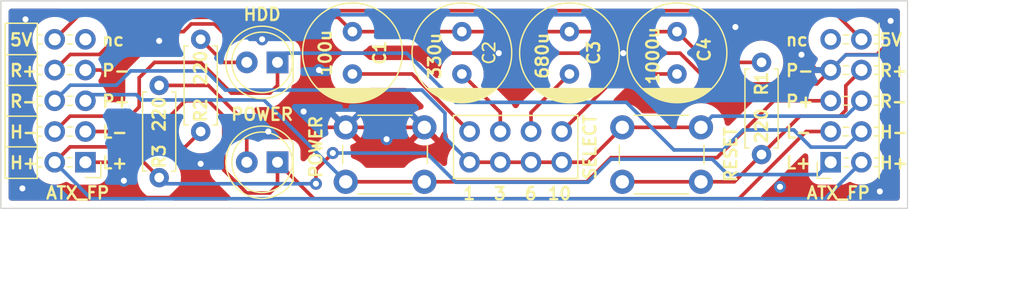
<source format=kicad_pcb>
(kicad_pcb (version 20221018) (generator pcbnew)
  (title_block (title "ATX Boot Delay") (company "mwrnd") (comment 1 "github.com/mwrnd/ATX_Boot_Delay"))
  (layers (0 "F.Cu" mixed) (31 "B.Cu" mixed) (37 "F.SilkS" user "F.Silkscreen") (38 "B.Mask" user) (39 "F.Mask" user) (44 "Edge.Cuts" user))
  (net 0 "")
  (net 1 "POWER_LED+")
  (net 2 "Net-(D2-A)")
  (net 3 "HDD_LED+")
  (net 4 "Net-(D1-A)")
  (net 5 "RESET_SW+")
  (net 6 "EXT_RESET_SW+")
  (net 7 "HDD_LED-")
  (net 8 "POWER_LED-")
  (net 9 "RESET_SW-")
  (net 10 "POWER_SW+")
  (net 11 "POWER_SW-")
  (net 12 "+5V")
  (net 15 "Net-(J3-Pin_2)")
  (net 16 "Net-(J3-Pin_4)")
  (net 17 "Net-(J3-Pin_6)")
  (net 18 "Net-(J3-Pin_8)")
  (footprint "Capacitor_THT:C_Radial_D8.0mm_H11.5mm_P3.50mm" (layer "F.Cu") (at 87.63 35.56 -90)
    (fp_text reference "C3" (at 1.75 -2 90) (layer "F.SilkS") (effects (font (thickness 0.2) bold)))
    (fp_text value "680u" (at 2 2.25 90) (layer "F.SilkS") (effects (font (thickness 0.2) bold)))
    (fp_circle (center 1.75 0) (end 5.87 0) (stroke (width 0.12)) (fill none) (layer "F.SilkS"))
    (fp_poly (pts (xy 4.699 2.794) (xy 5.207 2.159) (xy 5.588 1.524) (xy 5.842 0.508) (xy 5.842 -0.508) (xy 5.588 -1.397) (xy 5.08 -2.413) (xy 4.699 -2.794)) (stroke (width 0.1)) (fill solid) (layer "F.SilkS"))
    (pad "1" thru_hole circle (at 0 0 270) (size 1.6 1.6) (drill 0.8) (layers "*.Cu" "*.Mask") (net 5 "RESET_SW+"))
    (pad "2" thru_hole circle (at 3.5 0 270) (size 1.6 1.6) (drill 0.8) (layers "*.Cu" "*.Mask") (net 17 "Net-(J3-Pin_6)"))
  )
  (footprint "Button_Switch_THT:SW_PUSH_6mm" (layer "F.Cu") (at 92 43.47)
    (fp_text reference "SW2" hide)
    (fp_text value "RESET" (at 8.965 2.25 -90) (layer "F.SilkS") (effects (font (thickness 0.2) bold)))
    (fp_line (start -0.25 1.5) (end -0.25 3) (stroke (width 0.12)) (layer "F.SilkS"))
    (fp_line (start 1 5.5) (end 5.5 5.5) (stroke (width 0.12)) (layer "F.SilkS"))
    (fp_line (start 5.5 -1) (end 1 -1) (stroke (width 0.12)) (layer "F.SilkS"))
    (fp_line (start 6.75 3) (end 6.75 1.5) (stroke (width 0.12)) (layer "F.SilkS"))
    (pad "1" thru_hole circle (at 0 0 90) (size 2 2) (drill 1.1) (layers "*.Cu" "*.Mask") (net 9 "RESET_SW-"))
    (pad "1" thru_hole circle (at 6.5 0 90) (size 2 2) (drill 1.1) (layers "*.Cu" "*.Mask") (net 9 "RESET_SW-"))
    (pad "2" thru_hole circle (at 0 4.5 90) (size 2 2) (drill 1.1) (layers "*.Cu" "*.Mask") (net 6 "EXT_RESET_SW+"))
    (pad "2" thru_hole circle (at 6.5 4.5 90) (size 2 2) (drill 1.1) (layers "*.Cu" "*.Mask") (net 6 "EXT_RESET_SW+"))
  )
  (footprint "Capacitor_THT:C_Radial_D8.0mm_H11.5mm_P3.50mm" (layer "F.Cu") (at 78.74 35.56 -90)
    (fp_text reference "C2" (at 1.75 -2.25 90) (layer "F.SilkS"))
    (fp_text value "330u" (at 2 2.25 90) (layer "F.SilkS") (effects (font (thickness 0.2) bold)))
    (fp_circle (center 1.75 0) (end 5.87 0) (stroke (width 0.12)) (fill none) (layer "F.SilkS"))
    (fp_poly (pts (xy 4.699 2.794) (xy 5.207 2.159) (xy 5.588 1.524) (xy 5.842 0.508) (xy 5.842 -0.508) (xy 5.588 -1.397) (xy 5.08 -2.413) (xy 4.699 -2.794)) (stroke (width 0.1)) (fill solid) (layer "F.SilkS"))
    (pad "1" thru_hole circle (at 0 0 270) (size 1.6 1.6) (drill 0.8) (layers "*.Cu" "*.Mask") (net 5 "RESET_SW+"))
    (pad "2" thru_hole circle (at 3.5 0 270) (size 1.6 1.6) (drill 0.8) (layers "*.Cu" "*.Mask") (net 16 "Net-(J3-Pin_4)"))
  )
  (footprint "Resistor_THT:R_Axial_DIN0207_L6.3mm_D2.5mm_P7.62mm_Horizontal" (layer "F.Cu") (at 103.505 38.1 -90)
    (fp_text reference "R1" (at 1.75 0 90) (layer "F.SilkS") (effects (font (thickness 0.2) bold)))
    (fp_text value "220" (at 5.25 0 90) (layer "F.SilkS") (effects (font (thickness 0.2) bold)))
    (fp_line (start 0.54 -1.37) (end 7.08 -1.37) (stroke (width 0.12)) (layer "F.SilkS"))
    (fp_line (start 0.54 -1.04) (end 0.54 -1.37) (stroke (width 0.12)) (layer "F.SilkS"))
    (fp_line (start 0.54 1.04) (end 0.54 1.37) (stroke (width 0.12)) (layer "F.SilkS"))
    (fp_line (start 0.54 1.37) (end 7.08 1.37) (stroke (width 0.12)) (layer "F.SilkS"))
    (fp_line (start 7.08 -1.37) (end 7.08 -1.04) (stroke (width 0.12)) (layer "F.SilkS"))
    (fp_line (start 7.08 1.37) (end 7.08 1.04) (stroke (width 0.12)) (layer "F.SilkS"))
    (pad "1" thru_hole circle (at 0 0 270) (size 1.6 1.6) (drill 0.8) (layers "*.Cu" "*.Mask") (net 5 "RESET_SW+"))
    (pad "2" thru_hole oval (at 7.62 0 270) (size 1.6 1.6) (drill 0.8) (layers "*.Cu" "*.Mask") (net 6 "EXT_RESET_SW+"))
  )
  (footprint "Connector_PinHeader_2.54mm:PinHeader_2x05_P2.54mm_Horizontal" (layer "F.Cu") (at 47.625 46.355 180)
    (fp_text reference "J1" hide)
    (fp_text value "ATX_FP" (at 0.635 -2.54) (layer "F.SilkS") (effects (font (thickness 0.2) bold)))
    (fp_text user "nc" (at -1.27 9.525 unlocked) (layer "F.SilkS") (effects (font (thickness 0.2) bold) (justify left bottom)))
    (fp_text user "R-" (at 6.35 4.445 unlocked) (layer "F.SilkS") (effects (font (thickness 0.2) bold) (justify left bottom)))
    (fp_text user "H-" (at 6.35 1.905 unlocked) (layer "F.SilkS") (effects (font (thickness 0.2) bold) (justify left bottom)))
    (fp_text user "5V" (at 6.35 9.525 unlocked) (layer "F.SilkS") (effects (font (thickness 0.2) bold) (justify left bottom)))
    (fp_text user "L-" (at -1.27 1.905 unlocked) (layer "F.SilkS") (effects (font (thickness 0.2) bold) (justify left bottom)))
    (fp_text user "H+" (at 6.35 -0.635 unlocked) (layer "F.SilkS") (effects (font (thickness 0.2) bold) (justify left bottom)))
    (fp_text user "P+" (at -1.27 4.445 unlocked) (layer "F.SilkS") (effects (font (thickness 0.2) bold) (justify left bottom)))
    (fp_text user "P-" (at -1.27 6.985 unlocked) (layer "F.SilkS") (effects (font (thickness 0.2) bold) (justify left bottom)))
    (fp_text user "R+" (at 6.35 6.985 unlocked) (layer "F.SilkS") (effects (font (thickness 0.2) bold) (justify left bottom)))
    (fp_text user "L+" (at -1.27 -0.635 unlocked) (layer "F.SilkS") (effects (font (thickness 0.2) bold) (justify left bottom)))
    (fp_line (start -1.27 -1.27) (end 0 -1.27) (stroke (width 0.12)) (layer "F.SilkS"))
    (fp_line (start -1.27 0) (end -1.27 -1.27) (stroke (width 0.12)) (layer "F.SilkS"))
    (fp_line (start 1.042929 2.16) (end 1.497071 2.16) (stroke (width 0.12)) (layer "F.SilkS"))
    (fp_line (start 1.042929 2.92) (end 1.497071 2.92) (stroke (width 0.12)) (layer "F.SilkS"))
    (fp_line (start 1.042929 4.7) (end 1.497071 4.7) (stroke (width 0.12)) (layer "F.SilkS"))
    (fp_line (start 1.042929 5.46) (end 1.497071 5.46) (stroke (width 0.12)) (layer "F.SilkS"))
    (fp_line (start 1.042929 7.24) (end 1.497071 7.24) (stroke (width 0.12)) (layer "F.SilkS"))
    (fp_line (start 1.042929 8) (end 1.497071 8) (stroke (width 0.12)) (layer "F.SilkS"))
    (fp_line (start 1.042929 9.78) (end 1.497071 9.78) (stroke (width 0.12)) (layer "F.SilkS"))
    (fp_line (start 1.042929 10.54) (end 1.497071 10.54) (stroke (width 0.12)) (layer "F.SilkS"))
    (fp_line (start 1.11 -0.38) (end 1.497071 -0.38) (stroke (width 0.12)) (layer "F.SilkS"))
    (fp_line (start 1.11 0.38) (end 1.497071 0.38) (stroke (width 0.12)) (layer "F.SilkS"))
    (fp_line (start 3.582929 -0.38) (end 3.98 -0.38) (stroke (width 0.12)) (layer "F.SilkS"))
    (fp_line (start 3.582929 0.38) (end 3.98 0.38) (stroke (width 0.12)) (layer "F.SilkS"))
    (fp_line (start 3.582929 2.16) (end 3.98 2.16) (stroke (width 0.12)) (layer "F.SilkS"))
    (fp_line (start 3.582929 2.92) (end 3.98 2.92) (stroke (width 0.12)) (layer "F.SilkS"))
    (fp_line (start 3.582929 4.7) (end 3.98 4.7) (stroke (width 0.12)) (layer "F.SilkS"))
    (fp_line (start 3.582929 5.46) (end 3.98 5.46) (stroke (width 0.12)) (layer "F.SilkS"))
    (fp_line (start 3.582929 7.24) (end 3.98 7.24) (stroke (width 0.12)) (layer "F.SilkS"))
    (fp_line (start 3.582929 8) (end 3.98 8) (stroke (width 0.12)) (layer "F.SilkS"))
    (fp_line (start 3.582929 9.78) (end 3.98 9.78) (stroke (width 0.12)) (layer "F.SilkS"))
    (fp_line (start 3.582929 10.54) (end 3.98 10.54) (stroke (width 0.12)) (layer "F.SilkS"))
    (fp_line (start 3.98 -1.33) (end 3.98 11.49) (stroke (width 0.12)) (layer "F.SilkS"))
    (fp_line (start 3.98 1.27) (end 6.64 1.27) (stroke (width 0.12)) (layer "F.SilkS"))
    (fp_line (start 3.98 3.81) (end 6.64 3.81) (stroke (width 0.12)) (layer "F.SilkS"))
    (fp_line (start 3.98 6.35) (end 6.64 6.35) (stroke (width 0.12)) (layer "F.SilkS"))
    (fp_line (start 3.98 8.89) (end 6.64 8.89) (stroke (width 0.12)) (layer "F.SilkS"))
    (fp_line (start 3.98 11.49) (end 6.64 11.49) (stroke (width 0.12)) (layer "F.SilkS"))
    (fp_line (start 6.64 -1.33) (end 3.98 -1.33) (stroke (width 0.12)) (layer "F.SilkS"))
    (fp_line (start 6.64 11.49) (end 6.64 -1.33) (stroke (width 0.12)) (layer "F.SilkS"))
    (pad "1" thru_hole rect (at 0 0 180) (size 1.7 1.7) (drill 1) (layers "*.Cu" "*.Mask") (net 1 "POWER_LED+"))
    (pad "2" thru_hole oval (at 2.54 0 180) (size 1.7 1.7) (drill 1) (layers "*.Cu" "*.Mask") (net 3 "HDD_LED+"))
    (pad "3" thru_hole oval (at 0 2.54 180) (size 1.7 1.7) (drill 1) (layers "*.Cu" "*.Mask") (net 8 "POWER_LED-"))
    (pad "4" thru_hole oval (at 2.54 2.54 180) (size 1.7 1.7) (drill 1) (layers "*.Cu" "*.Mask") (net 7 "HDD_LED-"))
    (pad "5" thru_hole oval (at 0 5.08 180) (size 1.7 1.7) (drill 1) (layers "*.Cu" "*.Mask") (net 10 "POWER_SW+"))
    (pad "6" thru_hole oval (at 2.54 5.08 180) (size 1.7 1.7) (drill 1) (layers "*.Cu" "*.Mask") (net 9 "RESET_SW-"))
    (pad "7" thru_hole oval (at 0 7.62 180) (size 1.7 1.7) (drill 1) (layers "*.Cu" "*.Mask") (net 11 "POWER_SW-"))
    (pad "8" thru_hole oval (at 2.54 7.62 180) (size 1.7 1.7) (drill 1) (layers "*.Cu" "*.Mask") (net 5 "RESET_SW+"))
    (pad "9" thru_hole oval (at 0 10.16 180) (size 1.7 1.7) (drill 1) (layers "*.Cu" "*.Mask"))
    (pad "10" thru_hole oval (at 2.54 10.16 180) (size 1.7 1.7) (drill 1) (layers "*.Cu" "*.Mask") (net 12 "+5V"))
  )
  (footprint "Capacitor_THT:C_Radial_D8.0mm_H11.5mm_P3.50mm" (layer "F.Cu") (at 69.695 35.56 -90)
    (fp_text reference "C1" (at 1.75 -2.25 90) (layer "F.SilkS") (effects (font (thickness 0.2) bold)))
    (fp_text value "100u" (at 1.75 2.25 90) (layer "F.SilkS") (effects (font (thickness 0.2) bold)))
    (fp_circle (center 1.75 0) (end 5.87 0) (stroke (width 0.12)) (fill none) (layer "F.SilkS"))
    (fp_poly (pts (xy 4.699 2.794) (xy 5.207 2.159) (xy 5.588 1.524) (xy 5.842 0.508) (xy 5.842 -0.508) (xy 5.588 -1.397) (xy 5.08 -2.413) (xy 4.699 -2.794)) (stroke (width 0.1)) (fill solid) (layer "F.SilkS"))
    (pad "1" thru_hole circle (at 0 0 270) (size 1.6 1.6) (drill 0.8) (layers "*.Cu" "*.Mask") (net 5 "RESET_SW+"))
    (pad "2" thru_hole circle (at 3.5 0 270) (size 1.6 1.6) (drill 0.8) (layers "*.Cu" "*.Mask") (net 15 "Net-(J3-Pin_2)"))
  )
  (footprint "LED_THT:LED_D5.0mm" (layer "F.Cu") (at 63.5 38.1 180)
    (fp_text reference "D1" hide)
    (fp_text value "HDD" (at 1.27 3.96) (layer "F.SilkS") (effects (font (thickness 0.2) bold)))
    (fp_line (start -1.29 -1.545) (end -1.29 1.545) (stroke (width 0.12)) (layer "F.SilkS"))
    (fp_arc (start -1.29 -1.54483) (mid 2.072002 -2.880433) (end 4.26 0.000462) (stroke (width 0.12)) (layer "F.SilkS"))
    (fp_arc (start 4.26 -0.000462) (mid 2.072002 2.880433) (end -1.29 1.54483) (stroke (width 0.12)) (layer "F.SilkS"))
    (fp_circle (center 1.27 0) (end 3.77 0) (stroke (width 0.12)) (fill none) (layer "F.SilkS"))
    (pad "1" thru_hole rect (at 0 0 180) (size 1.8 1.8) (drill 0.9) (layers "*.Cu" "*.Mask") (net 7 "HDD_LED-"))
    (pad "2" thru_hole circle (at 2.54 0 180) (size 1.8 1.8) (drill 0.9) (layers "*.Cu" "*.Mask") (net 4 "Net-(D1-A)"))
  )
  (footprint "Resistor_THT:R_Axial_DIN0207_L6.3mm_D2.5mm_P7.62mm_Horizontal" (layer "F.Cu") (at 53.721 47.625 90)
    (fp_text reference "R3" (at 1.75 0 90) (layer "F.SilkS") (effects (font (thickness 0.2) bold)))
    (fp_text value "220" (at 5.25 0 90) (layer "F.SilkS") (effects (font (thickness 0.2) bold)))
    (fp_line (start 0.54 -1.37) (end 7.08 -1.37) (stroke (width 0.12)) (layer "F.SilkS"))
    (fp_line (start 0.54 -1.04) (end 0.54 -1.37) (stroke (width 0.12)) (layer "F.SilkS"))
    (fp_line (start 0.54 1.04) (end 0.54 1.37) (stroke (width 0.12)) (layer "F.SilkS"))
    (fp_line (start 0.54 1.37) (end 7.08 1.37) (stroke (width 0.12)) (layer "F.SilkS"))
    (fp_line (start 7.08 -1.37) (end 7.08 -1.04) (stroke (width 0.12)) (layer "F.SilkS"))
    (fp_line (start 7.08 1.37) (end 7.08 1.04) (stroke (width 0.12)) (layer "F.SilkS"))
    (pad "1" thru_hole circle (at 0 0 90) (size 1.6 1.6) (drill 0.8) (layers "*.Cu" "*.Mask") (net 1 "POWER_LED+"))
    (pad "2" thru_hole oval (at 7.62 0 90) (size 1.6 1.6) (drill 0.8) (layers "*.Cu" "*.Mask") (net 2 "Net-(D2-A)"))
  )
  (footprint "Button_Switch_THT:SW_PUSH_6mm" (layer "F.Cu") (at 69.14 43.47)
    (fp_text reference "SW1" hide)
    (fp_text value "POWER" (at -2.465 1.615 90) (layer "F.SilkS") (effects (font (thickness 0.2) bold)))
    (fp_line (start -0.25 1.5) (end -0.25 3) (stroke (width 0.12)) (layer "F.SilkS"))
    (fp_line (start 1 5.5) (end 5.5 5.5) (stroke (width 0.12)) (layer "F.SilkS"))
    (fp_line (start 5.5 -1) (end 1 -1) (stroke (width 0.12)) (layer "F.SilkS"))
    (fp_line (start 6.75 3) (end 6.75 1.5) (stroke (width 0.12)) (layer "F.SilkS"))
    (pad "1" thru_hole circle (at 0 0 90) (size 2 2) (drill 1.1) (layers "*.Cu" "*.Mask") (net 11 "POWER_SW-"))
    (pad "1" thru_hole circle (at 6.5 0 90) (size 2 2) (drill 1.1) (layers "*.Cu" "*.Mask") (net 11 "POWER_SW-"))
    (pad "2" thru_hole circle (at 0 4.5 90) (size 2 2) (drill 1.1) (layers "*.Cu" "*.Mask") (net 10 "POWER_SW+"))
    (pad "2" thru_hole circle (at 6.5 4.5 90) (size 2 2) (drill 1.1) (layers "*.Cu" "*.Mask") (net 10 "POWER_SW+"))
  )
  (footprint "Connector_PinHeader_2.54mm:PinHeader_2x04_P2.54mm_Vertical" (layer "F.Cu") (at 79.375 46.355 90)
    (fp_text reference "J3" hide)
    (fp_text value "SELECT" (at 1.27 9.95 90) (layer "F.SilkS") (effects (font (thickness 0.2) bold)))
    (fp_text user "6" (at -3.175 4.445 unlocked) (layer "F.SilkS") (effects (font (thickness 0.2) bold) (justify left bottom)))
    (fp_text user "10" (at -3.175 6.35 unlocked) (layer "F.SilkS") (effects (font (thickness 0.2) bold) (justify left bottom)))
    (fp_text user "3" (at -3.175 1.905 unlocked) (layer "F.SilkS") (effects (font (thickness 0.2) bold) (justify left bottom)))
    (fp_text user "1" (at -3.175 -0.635 unlocked) (layer "F.SilkS") (effects (font (thickness 0.2) bold) (justify left bottom)))
    (fp_line (start -1.33 -1.33) (end 1.275 -1.33) (stroke (width 0.12)) (layer "F.SilkS"))
    (fp_line (start -1.33 1.27) (end -1.33 8.95) (stroke (width 0.12)) (layer "F.SilkS"))
    (fp_line (start -1.33 1.275) (end -1.33 -1.325) (stroke (width 0.12)) (layer "F.SilkS"))
    (fp_line (start -1.33 8.95) (end 3.87 8.95) (stroke (width 0.12)) (layer "F.SilkS"))
    (fp_line (start 1.27 -1.33) (end 3.87 -1.33) (stroke (width 0.12)) (layer "F.SilkS"))
    (fp_line (start 3.87 -1.33) (end 3.87 8.95) (stroke (width 0.12)) (layer "F.SilkS"))
    (pad "1" thru_hole circle (at 0 0 90) (size 1.7 1.7) (drill 1) (layers "*.Cu" "*.Mask") (net 9 "RESET_SW-"))
    (pad "2" thru_hole oval (at 2.54 0 90) (size 1.7 1.7) (drill 1) (layers "*.Cu" "*.Mask") (net 15 "Net-(J3-Pin_2)"))
    (pad "3" thru_hole oval (at 0 2.54 90) (size 1.7 1.7) (drill 1) (layers "*.Cu" "*.Mask") (net 9 "RESET_SW-"))
    (pad "4" thru_hole oval (at 2.54 2.54 90) (size 1.7 1.7) (drill 1) (layers "*.Cu" "*.Mask") (net 16 "Net-(J3-Pin_4)"))
    (pad "5" thru_hole oval (at 0 5.08 90) (size 1.7 1.7) (drill 1) (layers "*.Cu" "*.Mask") (net 9 "RESET_SW-"))
    (pad "6" thru_hole oval (at 2.54 5.08 90) (size 1.7 1.7) (drill 1) (layers "*.Cu" "*.Mask") (net 17 "Net-(J3-Pin_6)"))
    (pad "7" thru_hole oval (at 0 7.62 90) (size 1.7 1.7) (drill 1) (layers "*.Cu" "*.Mask") (net 9 "RESET_SW-"))
    (pad "8" thru_hole oval (at 2.54 7.62 90) (size 1.7 1.7) (drill 1) (layers "*.Cu" "*.Mask") (net 18 "Net-(J3-Pin_8)"))
  )
  (footprint "Connector_PinSocket_2.54mm:PinSocket_2x05_P2.54mm_Horizontal" (layer "F.Cu") (at 109.22 46.355 180)
    (fp_text reference "J2" hide)
    (fp_text value "ATX_FP" (at -0.635 -2.54) (layer "F.SilkS") (effects (font (thickness 0.2) bold)))
    (fp_text user "L-" (at 3.81 1.905 unlocked) (layer "F.SilkS") (effects (font (thickness 0.2) bold) (justify left bottom)))
    (fp_text user "5V" (at -3.937 9.525 unlocked) (layer "F.SilkS") (effects (font (thickness 0.2) bold) (justify left bottom)))
    (fp_text user "R-" (at -3.937 4.445 unlocked) (layer "F.SilkS") (effects (font (thickness 0.2) bold) (justify left bottom)))
    (fp_text user "L+" (at 3.81 -0.635 unlocked) (layer "F.SilkS") (effects (font (thickness 0.2) bold) (justify left bottom)))
    (fp_text user "P+" (at 3.81 4.445 unlocked) (layer "F.SilkS") (effects (font (thickness 0.2) bold) (justify left bottom)))
    (fp_text user "H-" (at -3.937 1.905 unlocked) (layer "F.SilkS") (effects (font (thickness 0.2) bold) (justify left bottom)))
    (fp_text user "R+" (at -3.937 6.985 unlocked) (layer "F.SilkS") (effects (font (thickness 0.2) bold) (justify left bottom)))
    (fp_text user "P-" (at 3.81 6.985 unlocked) (layer "F.SilkS") (effects (font (thickness 0.2) bold) (justify left bottom)))
    (fp_text user "H+" (at -3.937 -0.635 unlocked) (layer "F.SilkS") (effects (font (thickness 0.2) bold) (justify left bottom)))
    (fp_text user "nc" (at 3.81 9.525 unlocked) (layer "F.SilkS") (effects (font (thickness 0.2) bold) (justify left bottom)))
    (fp_line (start -4 -1.33) (end -4 11.49) (stroke (width 0.12)) (layer "F.SilkS"))
    (fp_line (start -4 -0.36) (end -3.59 -0.36) (stroke (width 0.12)) (layer "F.SilkS"))
    (fp_line (start -4 0.36) (end -3.59 0.36) (stroke (width 0.12)) (layer "F.SilkS"))
    (fp_line (start -4 2.18) (end -3.59 2.18) (stroke (width 0.12)) (layer "F.SilkS"))
    (fp_line (start -4 2.9) (end -3.59 2.9) (stroke (width 0.12)) (layer "F.SilkS"))
    (fp_line (start -4 4.72) (end -3.59 4.72) (stroke (width 0.12)) (layer "F.SilkS"))
    (fp_line (start -4 5.44) (end -3.59 5.44) (stroke (width 0.12)) (layer "F.SilkS"))
    (fp_line (start -4 7.26) (end -3.59 7.26) (stroke (width 0.12)) (layer "F.SilkS"))
    (fp_line (start -4 7.98) (end -3.59 7.98) (stroke (width 0.12)) (layer "F.SilkS"))
    (fp_line (start -4 9.8) (end -3.59 9.8) (stroke (width 0.12)) (layer "F.SilkS"))
    (fp_line (start -4 10.52) (end -3.59 10.52) (stroke (width 0.12)) (layer "F.SilkS"))
    (fp_line (start -1.49 -0.36) (end -1.11 -0.36) (stroke (width 0.12)) (layer "F.SilkS"))
    (fp_line (start -1.49 0.36) (end -1.11 0.36) (stroke (width 0.12)) (layer "F.SilkS"))
    (fp_line (start -1.49 2.18) (end -1.05 2.18) (stroke (width 0.12)) (layer "F.SilkS"))
    (fp_line (start -1.49 2.9) (end -1.05 2.9) (stroke (width 0.12)) (layer "F.SilkS"))
    (fp_line (start -1.49 4.72) (end -1.05 4.72) (stroke (width 0.12)) (layer "F.SilkS"))
    (fp_line (start -1.49 5.44) (end -1.05 5.44) (stroke (width 0.12)) (layer "F.SilkS"))
    (fp_line (start -1.49 7.26) (end -1.05 7.26) (stroke (width 0.12)) (layer "F.SilkS"))
    (fp_line (start -1.49 7.98) (end -1.05 7.98) (stroke (width 0.12)) (layer "F.SilkS"))
    (fp_line (start -1.49 9.8) (end -1.05 9.8) (stroke (width 0.12)) (layer "F.SilkS"))
    (fp_line (start -1.49 10.52) (end -1.05 10.52) (stroke (width 0.12)) (layer "F.SilkS"))
    (fp_line (start 0 -1.33) (end 1.11 -1.33) (stroke (width 0.12)) (layer "F.SilkS"))
    (fp_line (start 1.11 -1.33) (end 1.11 0) (stroke (width 0.12)) (layer "F.SilkS"))
    (pad "1" thru_hole rect (at 0 0 180) (size 1.7 1.7) (drill 1) (layers "*.Cu" "*.Mask") (net 1 "POWER_LED+"))
    (pad "2" thru_hole oval (at -2.54 0 180) (size 1.7 1.7) (drill 1) (layers "*.Cu" "*.Mask") (net 3 "HDD_LED+"))
    (pad "3" thru_hole oval (at 0 2.54 180) (size 1.7 1.7) (drill 1) (layers "*.Cu" "*.Mask") (net 8 "POWER_LED-"))
    (pad "4" thru_hole oval (at -2.54 2.54 180) (size 1.7 1.7) (drill 1) (layers "*.Cu" "*.Mask") (net 7 "HDD_LED-"))
    (pad "5" thru_hole oval (at 0 5.08 180) (size 1.7 1.7) (drill 1) (layers "*.Cu" "*.Mask") (net 10 "POWER_SW+"))
    (pad "6" thru_hole oval (at -2.54 5.08 180) (size 1.7 1.7) (drill 1) (layers "*.Cu" "*.Mask") (net 9 "RESET_SW-"))
    (pad "7" thru_hole oval (at 0 7.62 180) (size 1.7 1.7) (drill 1) (layers "*.Cu" "*.Mask") (net 11 "POWER_SW-"))
    (pad "8" thru_hole oval (at -2.54 7.62 180) (size 1.7 1.7) (drill 1) (layers "*.Cu" "*.Mask") (net 6 "EXT_RESET_SW+"))
    (pad "9" thru_hole circle (at 0 10.16 180) (size 1.7 1.7) (drill 1) (layers "*.Cu" "*.Mask"))
    (pad "10" thru_hole oval (at -2.54 10.16 180) (size 1.7 1.7) (drill 1) (layers "*.Cu" "*.Mask") (net 12 "+5V"))
  )
  (footprint "Resistor_THT:R_Axial_DIN0207_L6.3mm_D2.5mm_P7.62mm_Horizontal" (layer "F.Cu") (at 57.15 43.815 90)
    (fp_text reference "R2" (at 1.75 0 90) (layer "F.SilkS") (effects (font (thickness 0.2) bold)))
    (fp_text value "220" (at 5.25 0 90) (layer "F.SilkS") (effects (font (thickness 0.2) bold)))
    (fp_line (start 0.54 -1.37) (end 7.08 -1.37) (stroke (width 0.12)) (layer "F.SilkS"))
    (fp_line (start 0.54 -1.04) (end 0.54 -1.37) (stroke (width 0.12)) (layer "F.SilkS"))
    (fp_line (start 0.54 1.04) (end 0.54 1.37) (stroke (width 0.12)) (layer "F.SilkS"))
    (fp_line (start 0.54 1.37) (end 7.08 1.37) (stroke (width 0.12)) (layer "F.SilkS"))
    (fp_line (start 7.08 -1.37) (end 7.08 -1.04) (stroke (width 0.12)) (layer "F.SilkS"))
    (fp_line (start 7.08 1.37) (end 7.08 1.04) (stroke (width 0.12)) (layer "F.SilkS"))
    (pad "1" thru_hole circle (at 0 0 90) (size 1.6 1.6) (drill 0.8) (layers "*.Cu" "*.Mask") (net 3 "HDD_LED+"))
    (pad "2" thru_hole oval (at 7.62 0 90) (size 1.6 1.6) (drill 0.8) (layers "*.Cu" "*.Mask") (net 4 "Net-(D1-A)"))
  )
  (footprint "Capacitor_THT:C_Radial_D8.0mm_H11.5mm_P3.50mm" (layer "F.Cu") (at 96.52 35.56 -90)
    (fp_text reference "C4" (at 1.5 -2.25 90) (layer "F.SilkS") (effects (font (thickness 0.2) bold)))
    (fp_text value "1000u" (at 2 2 90) (layer "F.SilkS") (effects (font (thickness 0.2) bold)))
    (fp_circle (center 1.75 0) (end 5.87 0) (stroke (width 0.12)) (fill none) (layer "F.SilkS"))
    (fp_poly (pts (xy 4.699 2.794) (xy 5.207 2.159) (xy 5.588 1.524) (xy 5.842 0.508) (xy 5.842 -0.508) (xy 5.588 -1.397) (xy 5.08 -2.413) (xy 4.699 -2.794)) (stroke (width 0.1)) (fill solid) (layer "F.SilkS"))
    (pad "1" thru_hole circle (at 0 0 270) (size 1.6 1.6) (drill 0.8) (layers "*.Cu" "*.Mask") (net 5 "RESET_SW+"))
    (pad "2" thru_hole circle (at 3.5 0 270) (size 1.6 1.6) (drill 0.8) (layers "*.Cu" "*.Mask") (net 18 "Net-(J3-Pin_8)"))
  )
  (footprint "LED_THT:LED_D5.0mm" (layer "F.Cu") (at 63.5 46.355 180)
    (fp_text reference "D2" hide)
    (fp_text value "POWER" (at 1.27 3.96) (layer "F.SilkS") (effects (font (thickness 0.2) bold)))
    (fp_line (start -1.29 -1.545) (end -1.29 1.545) (stroke (width 0.12)) (layer "F.SilkS"))
    (fp_arc (start -1.29 -1.54483) (mid 2.072002 -2.880433) (end 4.26 0.000462) (stroke (width 0.12)) (layer "F.SilkS"))
    (fp_arc (start 4.26 -0.000462) (mid 2.072002 2.880433) (end -1.29 1.54483) (stroke (width 0.12)) (layer "F.SilkS"))
    (fp_circle (center 1.27 0) (end 3.77 0) (stroke (width 0.12)) (fill none) (layer "F.SilkS"))
    (pad "1" thru_hole rect (at 0 0 180) (size 1.8 1.8) (drill 0.9) (layers "*.Cu" "*.Mask") (net 8 "POWER_LED-"))
    (pad "2" thru_hole circle (at 2.54 0 180) (size 1.8 1.8) (drill 0.9) (layers "*.Cu" "*.Mask") (net 2 "Net-(D2-A)"))
  )
  (gr_line (start 40.64 50.165) (end 115.57 50.165) (stroke (width 0.1)) (layer "Edge.Cuts"))
  (gr_line (start 40.64 33.02) (end 40.64 50.165) (stroke (width 0.1)) (layer "Edge.Cuts"))
  (gr_line (start 115.57 50.165) (end 115.57 33.02) (stroke (width 0.1)) (layer "Edge.Cuts"))
  (gr_line (start 115.57 33.02) (end 40.64 33.02) (stroke (width 0.1)) (layer "Edge.Cuts"))
  (segment (start 66.675 46.99) (end 66.675 48.133) (width 0.3) (layer "F.Cu") (net 1))
  (segment (start 68.072 45.593) (end 66.675 46.99) (width 0.3) (layer "F.Cu") (net 1))
  (segment (start 52.451 46.355) (end 53.721 47.625) (width 0.3) (layer "F.Cu") (net 1))
  (segment (start 47.625 46.355) (end 52.451 46.355) (width 0.3) (layer "F.Cu") (net 1))
  (via (at 66.675 48.133) (size 1) (drill 0.5) (layers "F.Cu" "B.Cu") (net 1))
  (via (at 68.072 45.593) (size 1) (drill 0.5) (layers "F.Cu" "B.Cu") (net 1))
  (segment (start 78.232 48.006) (end 75.819 45.593) (width 0.3) (layer "B.Cu") (net 1))
  (segment (start 99.441 46.101) (end 100.711 47.371) (width 0.3) (layer "B.Cu") (net 1))
  (segment (start 108.204 47.371) (end 109.22 46.355) (width 0.3) (layer "B.Cu") (net 1))
  (segment (start 89.154 48.006) (end 91.059 46.101) (width 0.3) (layer "B.Cu") (net 1))
  (segment (start 75.819 45.593) (end 68.072 45.593) (width 0.3) (layer "B.Cu") (net 1))
  (segment (start 100.711 47.371) (end 108.204 47.371) (width 0.3) (layer "B.Cu") (net 1))
  (segment (start 66.675 48.133) (end 54.229 48.133) (width 0.3) (layer "B.Cu") (net 1))
  (segment (start 89.154 48.006) (end 78.232 48.006) (width 0.3) (layer "B.Cu") (net 1))
  (segment (start 54.229 48.133) (end 53.721 47.625) (width 0.3) (layer "B.Cu") (net 1))
  (segment (start 91.059 46.101) (end 99.441 46.101) (width 0.3) (layer "B.Cu") (net 1))
  (segment (start 60.96 43.18) (end 60.96 46.355) (width 0.3) (layer "F.Cu") (net 2))
  (segment (start 57.785 40.005) (end 60.96 43.18) (width 0.3) (layer "F.Cu") (net 2))
  (segment (start 53.721 40.005) (end 57.785 40.005) (width 0.3) (layer "F.Cu") (net 2))
  (segment (start 45.085 46.355) (end 46.355 45.085) (width 0.3) (layer "F.Cu") (net 3))
  (segment (start 55.88 45.085) (end 57.15 43.815) (width 0.3) (layer "F.Cu") (net 3))
  (segment (start 46.355 45.085) (end 55.88 45.085) (width 0.3) (layer "F.Cu") (net 3))
  (segment (start 111.76 46.355) (end 108.745 49.37) (width 0.3) (layer "B.Cu") (net 3))
  (segment (start 48.1 49.37) (end 45.085 46.355) (width 0.3) (layer "B.Cu") (net 3))
  (segment (start 48.1 49.37) (end 108.745 49.37) (width 0.3) (layer "B.Cu") (net 3))
  (segment (start 59.055 38.1) (end 57.15 36.195) (width 0.3) (layer "F.Cu") (net 4))
  (segment (start 60.96 38.1) (end 59.055 38.1) (width 0.3) (layer "F.Cu") (net 4))
  (segment (start 51.858 34.375) (end 68.51 34.375) (width 0.3) (layer "F.Cu") (net 5))
  (segment (start 99.06 38.1) (end 103.505 38.1) (width 0.3) (layer "F.Cu") (net 5))
  (segment (start 99.06 38.1) (end 96.52 35.56) (width 0.3) (layer "F.Cu") (net 5))
  (segment (start 48.788 37.445) (end 51.858 34.375) (width 0.3) (layer "F.Cu") (net 5))
  (segment (start 68.51 34.375) (end 69.695 35.56) (width 0.3) (layer "F.Cu") (net 5))
  (segment (start 69.695 35.56) (end 78.74 35.56) (width 0.3) (layer "F.Cu") (net 5))
  (segment (start 78.74 35.56) (end 87.63 35.56) (width 0.3) (layer "F.Cu") (net 5))
  (segment (start 45.085 38.735) (end 46.375 37.445) (width 0.3) (layer "F.Cu") (net 5))
  (segment (start 46.375 37.445) (end 48.788 37.445) (width 0.3) (layer "F.Cu") (net 5))
  (segment (start 96.52 35.56) (end 87.63 35.56) (width 0.3) (layer "F.Cu") (net 5))
  (segment (start 109.982 42.545) (end 106.68 42.545) (width 0.3) (layer "F.Cu") (net 6))
  (segment (start 103.505 45.72) (end 101.255 47.97) (width 0.3) (layer "F.Cu") (net 6))
  (segment (start 106.68 42.545) (end 103.505 45.72) (width 0.3) (layer "F.Cu") (net 6))
  (segment (start 98.5 47.97) (end 101.255 47.97) (width 0.3) (layer "F.Cu") (net 6))
  (segment (start 110.47 40.025) (end 110.47 42.057) (width 0.3) (layer "F.Cu") (net 6))
  (segment (start 98.5 47.97) (end 92 47.97) (width 0.3) (layer "F.Cu") (net 6))
  (segment (start 110.47 42.057) (end 109.982 42.545) (width 0.3) (layer "F.Cu") (net 6))
  (segment (start 111.76 38.735) (end 110.47 40.025) (width 0.3) (layer "F.Cu") (net 6))
  (segment (start 53.34 38.1) (end 57.15 38.1) (width 0.3) (layer "F.Cu") (net 7))
  (segment (start 62.865 40.64) (end 63.5 40.005) (width 0.3) (layer "F.Cu") (net 7))
  (segment (start 59.69 40.64) (end 62.865 40.64) (width 0.3) (layer "F.Cu") (net 7))
  (segment (start 45.085 43.815) (end 46.355 42.545) (width 0.3) (layer "F.Cu") (net 7))
  (segment (start 51.308 42.545) (end 52.07 41.783) (width 0.3) (layer "F.Cu") (net 7))
  (segment (start 46.355 42.545) (end 51.308 42.545) (width 0.3) (layer "F.Cu") (net 7))
  (segment (start 63.5 40.005) (end 63.5 38.1) (width 0.3) (layer "F.Cu") (net 7))
  (segment (start 52.07 41.783) (end 52.07 39.37) (width 0.3) (layer "F.Cu") (net 7))
  (segment (start 57.15 38.1) (end 59.69 40.64) (width 0.3) (layer "F.Cu") (net 7))
  (segment (start 52.07 39.37) (end 53.34 38.1) (width 0.3) (layer "F.Cu") (net 7))
  (segment (start 96.266 45.339) (end 100.333057 45.339) (width 0.3) (layer "B.Cu") (net 7))
  (segment (start 107.589 45.105) (end 110.47 45.105) (width 0.3) (layer "B.Cu") (net 7))
  (segment (start 100.333057 45.339) (end 101.984057 43.688) (width 0.3) (layer "B.Cu") (net 7))
  (segment (start 63.5 38.1) (end 64.262 37.338) (width 0.3) (layer "B.Cu") (net 7))
  (segment (start 106.172 43.688) (end 107.589 45.105) (width 0.3) (layer "B.Cu") (net 7))
  (segment (start 64.262 37.338) (end 74.168 37.338) (width 0.3) (layer "B.Cu") (net 7))
  (segment (start 92.329 41.402) (end 96.266 45.339) (width 0.3) (layer "B.Cu") (net 7))
  (segment (start 78.232 41.402) (end 92.329 41.402) (width 0.3) (layer "B.Cu") (net 7))
  (segment (start 110.47 45.105) (end 111.76 43.815) (width 0.3) (layer "B.Cu") (net 7))
  (segment (start 101.984057 43.688) (end 106.172 43.688) (width 0.3) (layer "B.Cu") (net 7))
  (segment (start 74.168 37.338) (end 78.232 41.402) (width 0.3) (layer "B.Cu") (net 7))
  (segment (start 63.5 46.355) (end 66.515 49.37) (width 0.3) (layer "F.Cu") (net 8))
  (segment (start 55.88 41.275) (end 57.785 41.275) (width 0.3) (layer "F.Cu") (net 8))
  (segment (start 62.865 48.895) (end 63.5 48.26) (width 0.3) (layer "F.Cu") (net 8))
  (segment (start 59.055 46.99) (end 60.96 48.895) (width 0.3) (layer "F.Cu") (net 8))
  (segment (start 107.188 43.815) (end 109.22 43.815) (width 0.3) (layer "F.Cu") (net 8))
  (segment (start 63.5 48.26) (end 63.5 46.355) (width 0.3) (layer "F.Cu") (net 8))
  (segment (start 47.625 43.815) (end 53.34 43.815) (width 0.3) (layer "F.Cu") (net 8))
  (segment (start 101.633 49.37) (end 107.188 43.815) (width 0.3) (layer "F.Cu") (net 8))
  (segment (start 57.785 41.275) (end 59.055 42.545) (width 0.3) (layer "F.Cu") (net 8))
  (segment (start 66.515 49.37) (end 101.633 49.37) (width 0.3) (layer "F.Cu") (net 8))
  (segment (start 59.055 42.545) (end 59.055 46.99) (width 0.3) (layer "F.Cu") (net 8))
  (segment (start 53.34 43.815) (end 55.88 41.275) (width 0.3) (layer "F.Cu") (net 8))
  (segment (start 60.96 48.895) (end 62.865 48.895) (width 0.3) (layer "F.Cu") (net 8))
  (segment (start 86.995 46.355) (end 89.115 46.355) (width 0.3) (layer "F.Cu") (net 9))
  (segment (start 84.455 46.355) (end 81.915 46.355) (width 0.3) (layer "F.Cu") (net 9))
  (segment (start 86.995 46.355) (end 84.455 46.355) (width 0.3) (layer "F.Cu") (net 9))
  (segment (start 79.375 46.355) (end 81.915 46.355) (width 0.3) (layer "F.Cu") (net 9))
  (segment (start 92 43.47) (end 98.5 43.47) (width 0.3) (layer "F.Cu") (net 9))
  (segment (start 89.115 46.355) (end 92 43.47) (width 0.3) (layer "F.Cu") (net 9))
  (segment (start 98.79 43.18) (end 98.5 43.47) (width 0.3) (layer "F.Cu") (net 9))
  (segment (start 77.343 42.291) (end 77.343 44.323) (width 0.3) (layer "B.Cu") (net 9))
  (segment (start 110.49 42.545) (end 111.76 41.275) (width 0.3) (layer "B.Cu") (net 9))
  (segment (start 77.343 44.323) (end 79.375 46.355) (width 0.3) (layer "B.Cu") (net 9))
  (segment (start 46.375 39.985) (end 50.185 39.985) (width 0.3) (layer "B.Cu") (net 9))
  (segment (start 57.601 38.805) (end 59.182 40.386) (width 0.3) (layer "B.Cu") (net 9))
  (segment (start 99.425 42.545) (end 110.49 42.545) (width 0.3) (layer "B.Cu") (net 9))
  (segment (start 75.438 40.386) (end 77.343 42.291) (width 0.3) (layer "B.Cu") (net 9))
  (segment (start 59.182 40.386) (end 75.438 40.386) (width 0.3) (layer "B.Cu") (net 9))
  (segment (start 51.365 38.805) (end 57.601 38.805) (width 0.3) (layer "B.Cu") (net 9))
  (segment (start 50.185 39.985) (end 51.365 38.805) (width 0.3) (layer "B.Cu") (net 9))
  (segment (start 98.5 43.47) (end 99.425 42.545) (width 0.3) (layer "B.Cu") (net 9))
  (segment (start 45.085 41.275) (end 46.375 39.985) (width 0.3) (layer "B.Cu") (net 9))
  (segment (start 99.822 45.974) (end 104.521 41.275) (width 0.3) (layer "F.Cu") (net 10))
  (segment (start 75.64 47.97) (end 89.063 47.97) (width 0.3) (layer "F.Cu") (net 10))
  (segment (start 91.059 45.974) (end 99.822 45.974) (width 0.3) (layer "F.Cu") (net 10))
  (segment (start 89.063 47.97) (end 91.059 45.974) (width 0.3) (layer "F.Cu") (net 10))
  (segment (start 69.14 47.97) (end 75.64 47.97) (width 0.3) (layer "F.Cu") (net 10))
  (segment (start 104.521 41.275) (end 109.22 41.275) (width 0.3) (layer "F.Cu") (net 10))
  (segment (start 51.816 40.767) (end 52.254 41.205) (width 0.3) (layer "B.Cu") (net 10))
  (segment (start 47.625 41.275) (end 48.133 40.767) (width 0.3) (layer "B.Cu") (net 10))
  (segment (start 62.375 41.205) (end 69.14 47.97) (width 0.3) (layer "B.Cu") (net 10))
  (segment (start 48.133 40.767) (end 51.816 40.767) (width 0.3) (layer "B.Cu") (net 10))
  (segment (start 52.254 41.205) (end 62.375 41.205) (width 0.3) (layer "B.Cu") (net 10))
  (segment (start 69.14 43.47) (end 66.929 41.259) (width 0.3) (layer "F.Cu") (net 11))
  (segment (start 42.672 34.544) (end 42.164 35.052) (width 0.3) (layer "F.Cu") (net 11))
  (segment (start 110.49 37.465) (end 109.22 38.735) (width 0.3) (layer "F.Cu") (net 11))
  (segment (start 96.774 37.338) (end 92.075 37.338) (width 0.3) (layer "F.Cu") (net 11))
  (segment (start 53.594 36.449) (end 53.721 36.322) (width 0.3) (layer "F.Cu") (net 11))
  (segment (start 66.929 41.259) (end 66.929 39.497) (width 0.3) (layer "F.Cu") (net 11))
  (segment (start 99.314 39.878) (end 96.774 37.338) (width 0.3) (layer "F.Cu") (net 11))
  (segment (start 75.64 43.47) (end 74.406 44.704) (width 0.3) (layer "F.Cu") (net 11))
  (segment (start 51.435 36.449) (end 52.324 35.56) (width 0.3) (layer "F.Cu") (net 11))
  (segment (start 56.364971 34.925) (end 58.293 34.925) (width 0.3) (layer "F.Cu") (net 11))
  (segment (start 105.41 48.768) (end 105.029 48.387) (width 0.3) (layer "F.Cu") (net 11))
  (segment (start 57.15 46.482) (end 57.15 46.736) (width 0.3) (layer "F.Cu") (net 11))
  (segment (start 64.389 42.164) (end 62.738 43.815) (width 0.3) (layer "F.Cu") (net 11))
  (segment (start 75.438 37.338) (end 68.326 37.338) (width 0.3) (layer "F.Cu") (net 11))
  (segment (start 57.15 46.736) (end 54.61 49.276) (width 0.3) (layer "F.Cu") (net 11))
  (segment (start 42.672 48.768) (end 42.418 48.514) (width 0.3) (layer "F.Cu") (net 11))
  (segment (start 108.077 38.735) (end 106.807 37.465) (width 0.3) (layer "F.Cu") (net 11))
  (segment (start 42.164 35.052) (end 42.164 35.306) (width 0.3) (layer "F.Cu") (net 11))
  (segment (start 63.083 43.47) (end 62.738 43.815) (width 0.3) (layer "F.Cu") (net 11))
  (segment (start 69.14 43.47) (end 63.083 43.47) (width 0.3) (layer "F.Cu") (net 11))
  (segment (start 65.913 35.56) (end 62.865 35.56) (width 0.3) (layer "F.Cu") (net 11))
  (segment (start 74.406 44.704) (end 74.295 44.704) (width 0.3) (layer "F.Cu") (net 11))
  (segment (start 49.53 48.768) (end 42.672 48.768) (width 0.3) (layer "F.Cu") (net 11))
  (segment (start 74.295 44.704) (end 72.771 44.704) (width 0.3) (layer "F.Cu") (net 11))
  (segment (start 49.149 38.735) (end 51.435 36.449) (width 0.3) (layer "F.Cu") (net 11))
  (segment (start 113.03 37.465) (end 110.49 37.465) (width 0.3) (layer "F.Cu") (net 11))
  (segment (start 58.928 35.56) (end 61.595 35.56) (width 0.3) (layer "F.Cu") (net 11))
  (segment (start 49.911 48.768) (end 49.53 48.768) (width 0.3) (layer "F.Cu") (net 11))
  (segment (start 66.929 36.576) (end 65.913 35.56) (width 0.3) (layer "F.Cu") (net 11))
  (segment (start 114.173 34.671) (end 114.173 36.322) (width 0.3) (layer "F.Cu") (net 11))
  (segment (start 54.61 49.276) (end 52.197 49.276) (width 0.3) (layer "F.Cu") (net 11))
  (segment (start 62.865 35.56) (end 62.23 36.195) (width 0.3) (layer "F.Cu") (net 11))
  (segment (start 65.659 42.164) (end 64.389 42.164) (width 0.3) (layer "F.Cu") (net 11))
  (segment (start 66.929 39.497) (end 66.929 37.465) (width 0.3) (layer "F.Cu") (net 11))
  (segment (start 67.056 37.338) (end 66.929 37.211) (width 0.3) (layer "F.Cu") (net 11))
  (segment (start 108.077 39.878) (end 99.314 39.878) (width 0.3) (layer "F.Cu") (net 11))
  (segment (start 75.64 43.47) (end 69.14 43.47) (width 0.3) (layer "F.Cu") (net 11))
  (segment (start 81.788 37.338) (end 92.075 37.338) (width 0.3) (layer "F.Cu") (net 11))
  (segment (start 67.056 37.338) (end 75.438 37.338) (width 0.3) (layer "F.Cu") (net 11))
  (segment (start 47.625 38.735) (end 49.149 38.735) (width 0.3) (layer "F.Cu") (net 11))
  (segment (start 66.929 37.465) (end 66.929 37.211) (width 0.3) (layer "F.Cu") (net 11))
  (segment (start 61.595 35.56) (end 62.23 36.195) (width 0.3) (layer "F.Cu") (net 11))
  (segment (start 67.056 37.338) (end 66.929 37.465) (width 0.3) (layer "F.Cu") (net 11))
  (segment (start 113.284 48.768) (end 105.41 48.768) (width 0.3) (layer "F.Cu") (net 11))
  (segment (start 55.729971 35.56) (end 56.364971 34.925) (width 0.3) (layer "F.Cu") (net 11))
  (segment (start 75.438 37.338) (end 81.788 37.338) (width 0.3) (layer "F.Cu") (net 11))
  (segment (start 50.8 47.879) (end 49.911 48.768) (width 0.3) (layer "F.Cu") (net 11))
  (segment (start 52.324 35.56) (end 55.729971 35.56) (width 0.3) (layer "F.Cu") (net 11))
  (segment (start 58.293 34.925) (end 58.928 35.56) (width 0.3) (layer "F.Cu") (net 11))
  (segment (start 109.22 38.735) (end 108.077 39.878) (width 0.3) (layer "F.Cu") (net 11))
  (segment (start 66.929 39.497) (end 66.929 38.735) (width 0.3) (layer "F.Cu") (net 11))
  (segment (start 72.771 44.704) (end 72.517 44.45) (width 0.3) (layer "F.Cu") (net 11))
  (segment (start 66.929 37.211) (end 66.929 36.576) (width 0.3) (layer "F.Cu") (net 11))
  (segment (start 52.197 49.276) (end 50.8 47.879) (width 0.3) (layer "F.Cu") (net 11))
  (segment (start 51.435 36.449) (end 53.594 36.449) (width 0.3) (layer "F.Cu") (net 11))
  (segment (start 114.173 36.322) (end 113.03 37.465) (width 0.3) (layer "F.Cu") (net 11))
  (segment (start 109.22 38.735) (end 108.077 38.735) (width 0.3) (layer "F.Cu") (net 11))
  (via (at 42.672 34.544) (size 1) (drill 0.5) (layers "F.Cu" "B.Cu") (net 11))
  (via (at 113.284 48.768) (size 1) (drill 0.5) (layers "F.Cu" "B.Cu") (net 11))
  (via (at 50.8 47.879) (size 1) (drill 0.5) (layers "F.Cu" "B.Cu") (net 11))
  (via (at 66.929 38.735) (size 1) (drill 0.5) (layers "F.Cu" "B.Cu") (net 11))
  (via (at 105.029 48.387) (size 1) (drill 0.5) (layers "F.Cu" "B.Cu") (net 11))
  (via (at 65.659 42.164) (size 1) (drill 0.5) (layers "F.Cu" "B.Cu") (net 11))
  (via (at 53.721 36.322) (size 1) (drill 0.5) (layers "F.Cu" "B.Cu") (net 11))
  (via (at 81.788 37.338) (size 1) (drill 0.5) (layers "F.Cu" "B.Cu") (net 11))
  (via (at 101.346 35.179) (size 1) (drill 0.5) (layers "F.Cu" "B.Cu") (net 11))
  (via (at 62.738 43.815) (size 1) (drill 0.5) (layers "F.Cu" "B.Cu") (net 11))
  (via (at 57.15 46.482) (size 1) (drill 0.5) (layers "F.Cu" "B.Cu") (net 11))
  (via (at 106.807 37.465) (size 1) (drill 0.5) (layers "F.Cu" "B.Cu") (net 11))
  (via (at 42.418 48.514) (size 1) (drill 0.5) (layers "F.Cu" "B.Cu") (net 11))
  (via (at 72.517 44.45) (size 1) (drill 0.5) (layers "F.Cu" "B.Cu") (net 11))
  (via (at 62.23 36.195) (size 1) (drill 0.5) (layers "F.Cu" "B.Cu") (net 11))
  (via (at 114.173 34.671) (size 1) (drill 0.5) (layers "F.Cu" "B.Cu") (net 11))
  (via (at 92.075 37.338) (size 1) (drill 0.5) (layers "F.Cu" "B.Cu") (net 11))
  (segment (start 110.47 37.485) (end 113.558 37.485) (width 0.3) (layer "B.Cu") (net 11))
  (segment (start 53.086 36.322) (end 53.721 36.322) (width 0.3) (layer "B.Cu") (net 11))
  (segment (start 65.532 36.195) (end 67.564 34.163) (width 0.3) (layer "B.Cu") (net 11))
  (segment (start 72.517 44.323) (end 70.231 42.037) (width 0.3) (layer "B.Cu") (net 11))
  (segment (start 62.738 43.815) (end 59.817 43.815) (width 0.3) (layer "B.Cu") (net 11))
  (segment (start 62.23 36.195) (end 63.627 36.195) (width 0.3) (layer "B.Cu") (net 11))
  (segment (start 113.792 48.768) (end 113.284 48.768) (width 0.3) (layer "B.Cu") (net 11))
  (segment (start 109.22 38.735) (end 110.47 37.485) (width 0.3) (layer "B.Cu") (net 11))
  (segment (start 100.33 34.163) (end 101.346 35.179) (width 0.3) (layer "B.Cu") (net 11))
  (segment (start 63.627 36.195) (end 65.532 36.195) (width 0.3) (layer "B.Cu") (net 11))
  (segment (start 113.558 37.485) (end 114.3 38.227) (width 0.3) (layer "B.Cu") (net 11))
  (segment (start 42.418 34.798) (end 42.672 34.544) (width 0.3) (layer "B.Cu") (net 11))
  (segment (start 66.421 42.037) (end 65.786 42.037) (width 0.3) (layer "B.Cu") (net 11))
  (segment (start 61.214 36.195) (end 59.182 34.163) (width 0.3) (layer "B.Cu") (net 11))
  (segment (start 62.23 36.195) (end 61.214 36.195) (width 0.3) (layer "B.Cu") (net 11))
  (segment (start 53.721 35.56) (end 53.721 36.322) (width 0.3) (layer "B.Cu") (net 11))
  (segment (start 43.18 34.036) (end 50.8 34.036) (width 0.3) (layer "B.Cu") (net 11))
  (segment (start 72.517 44.45) (end 72.517 44.323) (width 0.3) (layer "B.Cu") (net 11))
  (segment (start 42.418 48.514) (end 42.418 34.798) (width 0.3) (layer "B.Cu") (net 11))
  (segment (start 65.786 42.037) (end 65.659 42.164) (width 0.3) (layer "B.Cu") (net 11))
  (segment (start 55.245 34.036) (end 53.721 35.56) (width 0.3) (layer "B.Cu") (net 11))
  (segment (start 50.8 42.164) (end 50.927 42.037) (width 0.3) (layer "B.Cu") (net 11))
  (segment (start 59.182 34.163) (end 55.372 34.163) (width 0.3) (layer "B.Cu") (net 11))
  (segment (start 106.807 35.179) (end 107.823 34.163) (width 0.3) (layer "B.Cu") (net 11))
  (segment (start 113.919 48.641) (end 113.792 48.768) (width 0.3) (layer "B.Cu") (net 11))
  (segment (start 67.564 34.163) (end 100.33 34.163) (width 0.3) (layer "B.Cu") (net 11))
  (segment (start 59.817 43.815) (end 57.15 46.482) (width 0.3) (layer "B.Cu") (net 11))
  (segment (start 107.823 34.163) (end 113.665 34.163) (width 0.3) (layer "B.Cu") (net 11))
  (segment (start 50.8 34.036) (end 53.086 36.322) (width 0.3) (layer "B.Cu") (net 11))
  (segment (start 114.3 48.26) (end 113.919 48.641) (width 0.3) (layer "B.Cu") (net 11))
  (segment (start 106.807 37.465) (end 106.807 35.179) (width 0.3) (layer "B.Cu") (net 11))
  (segment (start 55.372 34.163) (end 55.245 34.036) (width 0.3) (layer "B.Cu") (net 11))
  (segment (start 113.665 34.163) (end 114.173 34.671) (width 0.3) (layer "B.Cu") (net 11))
  (segment (start 50.8 47.879) (end 50.8 42.164) (width 0.3) (layer "B.Cu") (net 11))
  (segment (start 114.3 38.227) (end 114.3 48.26) (width 0.3) (layer "B.Cu") (net 11))
  (segment (start 42.672 34.544) (end 43.18 34.036) (width 0.3) (layer "B.Cu") (net 11))
  (segment (start 70.231 42.037) (end 66.421 42.037) (width 0.3) (layer "B.Cu") (net 11))
  (segment (start 109.39 33.825) (end 111.76 36.195) (width 0.3) (layer "F.Cu") (net 12))
  (segment (start 45.085 36.195) (end 47.455 33.825) (width 0.3) (layer "F.Cu") (net 12))
  (segment (start 47.455 33.825) (end 109.39 33.825) (width 0.3) (layer "F.Cu") (net 12))
  (segment (start 74.62 39.06) (end 69.695 39.06) (width 0.3) (layer "F.Cu") (net 15))
  (segment (start 79.375 43.815) (end 74.62 39.06) (width 0.3) (layer "F.Cu") (net 15))
  (segment (start 81.915 42.235) (end 78.74 39.06) (width 0.3) (layer "F.Cu") (net 16))
  (segment (start 81.915 43.815) (end 81.915 42.235) (width 0.3) (layer "F.Cu") (net 16))
  (segment (start 84.455 43.815) (end 84.455 42.235) (width 0.3) (layer "F.Cu") (net 17))
  (segment (start 84.455 42.235) (end 87.63 39.06) (width 0.3) (layer "F.Cu") (net 17))
  (segment (start 91.75 39.06) (end 96.52 39.06) (width 0.3) (layer "F.Cu") (net 18))
  (segment (start 86.995 43.815) (end 91.75 39.06) (width 0.3) (layer "F.Cu") (net 18))
  (zone (net 11) (net_name "POWER_SW-") (layers "F&B.Cu") (name "GND_FILL") (connect_pads (clearance 1)) (min_thickness 0.5) (fill yes (thermal_gap 0.5) (thermal_bridge_width 0.5))
    (polygon (pts (xy 41.275 33.655) (xy 41.275 49.53) (xy 114.935 49.53) (xy 114.935 33.655)))
  )
)
</source>
